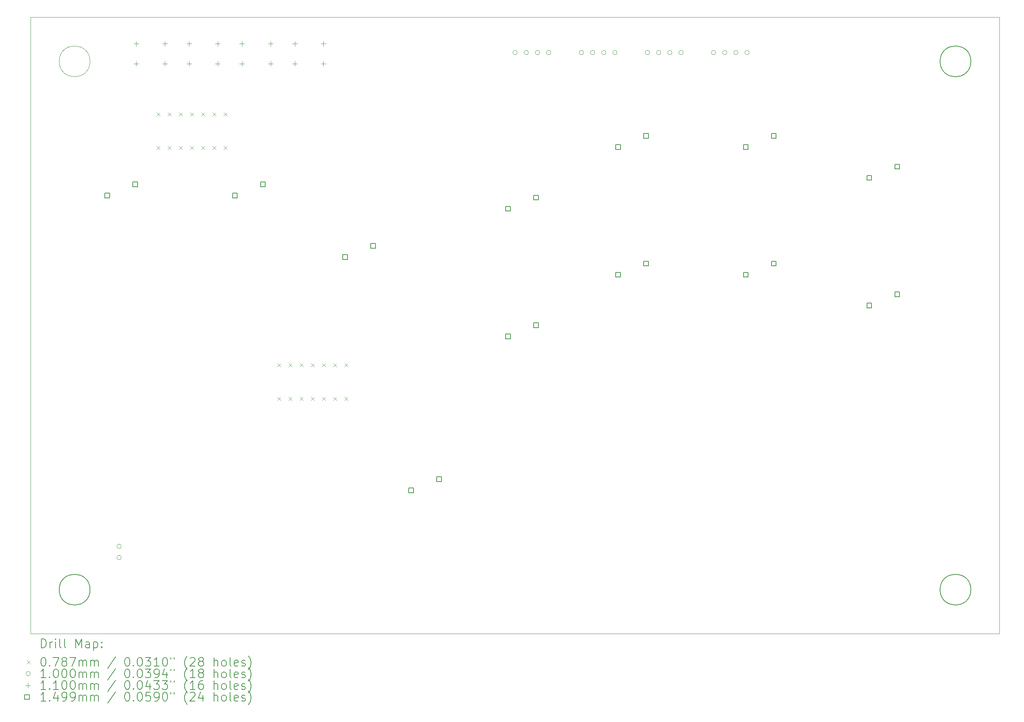
<source format=gbr>
%TF.GenerationSoftware,KiCad,Pcbnew,7.0.2*%
%TF.CreationDate,2023-06-15T03:47:47-07:00*%
%TF.ProjectId,DS5,4453352e-6b69-4636-9164-5f7063625858,rev?*%
%TF.SameCoordinates,Original*%
%TF.FileFunction,Drillmap*%
%TF.FilePolarity,Positive*%
%FSLAX45Y45*%
G04 Gerber Fmt 4.5, Leading zero omitted, Abs format (unit mm)*
G04 Created by KiCad (PCBNEW 7.0.2) date 2023-06-15 03:47:47*
%MOMM*%
%LPD*%
G01*
G04 APERTURE LIST*
%ADD10C,0.100000*%
%ADD11C,0.150000*%
%ADD12C,0.200000*%
%ADD13C,0.078740*%
%ADD14C,0.110000*%
%ADD15C,0.149860*%
G04 APERTURE END LIST*
D10*
X3350000Y-3000000D02*
G75*
G03*
X3350000Y-3000000I-350000J0D01*
G01*
D11*
X23350000Y-3000000D02*
G75*
G03*
X23350000Y-3000000I-350000J0D01*
G01*
D10*
X2000000Y-2000000D02*
X24000000Y-2000000D01*
X24000000Y-16000000D01*
X2000000Y-16000000D01*
X2000000Y-2000000D01*
D11*
X3350000Y-15000000D02*
G75*
G03*
X3350000Y-15000000I-350000J0D01*
G01*
X23350000Y-15000000D02*
G75*
G03*
X23350000Y-15000000I-350000J0D01*
G01*
D12*
D13*
X4860630Y-4160630D02*
X4939370Y-4239370D01*
X4939370Y-4160630D02*
X4860630Y-4239370D01*
X4860630Y-4922630D02*
X4939370Y-5001370D01*
X4939370Y-4922630D02*
X4860630Y-5001370D01*
X5114630Y-4160630D02*
X5193370Y-4239370D01*
X5193370Y-4160630D02*
X5114630Y-4239370D01*
X5114630Y-4922630D02*
X5193370Y-5001370D01*
X5193370Y-4922630D02*
X5114630Y-5001370D01*
X5368630Y-4160630D02*
X5447370Y-4239370D01*
X5447370Y-4160630D02*
X5368630Y-4239370D01*
X5368630Y-4922630D02*
X5447370Y-5001370D01*
X5447370Y-4922630D02*
X5368630Y-5001370D01*
X5622630Y-4160630D02*
X5701370Y-4239370D01*
X5701370Y-4160630D02*
X5622630Y-4239370D01*
X5622630Y-4922630D02*
X5701370Y-5001370D01*
X5701370Y-4922630D02*
X5622630Y-5001370D01*
X5876630Y-4160630D02*
X5955370Y-4239370D01*
X5955370Y-4160630D02*
X5876630Y-4239370D01*
X5876630Y-4922630D02*
X5955370Y-5001370D01*
X5955370Y-4922630D02*
X5876630Y-5001370D01*
X6130630Y-4160630D02*
X6209370Y-4239370D01*
X6209370Y-4160630D02*
X6130630Y-4239370D01*
X6130630Y-4922630D02*
X6209370Y-5001370D01*
X6209370Y-4922630D02*
X6130630Y-5001370D01*
X6384630Y-4160630D02*
X6463370Y-4239370D01*
X6463370Y-4160630D02*
X6384630Y-4239370D01*
X6384630Y-4922630D02*
X6463370Y-5001370D01*
X6463370Y-4922630D02*
X6384630Y-5001370D01*
X7606630Y-9860630D02*
X7685370Y-9939370D01*
X7685370Y-9860630D02*
X7606630Y-9939370D01*
X7606630Y-10622630D02*
X7685370Y-10701370D01*
X7685370Y-10622630D02*
X7606630Y-10701370D01*
X7860630Y-9860630D02*
X7939370Y-9939370D01*
X7939370Y-9860630D02*
X7860630Y-9939370D01*
X7860630Y-10622630D02*
X7939370Y-10701370D01*
X7939370Y-10622630D02*
X7860630Y-10701370D01*
X8114630Y-9860630D02*
X8193370Y-9939370D01*
X8193370Y-9860630D02*
X8114630Y-9939370D01*
X8114630Y-10622630D02*
X8193370Y-10701370D01*
X8193370Y-10622630D02*
X8114630Y-10701370D01*
X8368630Y-9860630D02*
X8447370Y-9939370D01*
X8447370Y-9860630D02*
X8368630Y-9939370D01*
X8368630Y-10622630D02*
X8447370Y-10701370D01*
X8447370Y-10622630D02*
X8368630Y-10701370D01*
X8622630Y-9860630D02*
X8701370Y-9939370D01*
X8701370Y-9860630D02*
X8622630Y-9939370D01*
X8622630Y-10622630D02*
X8701370Y-10701370D01*
X8701370Y-10622630D02*
X8622630Y-10701370D01*
X8876630Y-9860630D02*
X8955370Y-9939370D01*
X8955370Y-9860630D02*
X8876630Y-9939370D01*
X8876630Y-10622630D02*
X8955370Y-10701370D01*
X8955370Y-10622630D02*
X8876630Y-10701370D01*
X9130630Y-9860630D02*
X9209370Y-9939370D01*
X9209370Y-9860630D02*
X9130630Y-9939370D01*
X9130630Y-10622630D02*
X9209370Y-10701370D01*
X9209370Y-10622630D02*
X9130630Y-10701370D01*
D10*
X4060000Y-14016000D02*
G75*
G03*
X4060000Y-14016000I-50000J0D01*
G01*
X4060000Y-14270000D02*
G75*
G03*
X4060000Y-14270000I-50000J0D01*
G01*
X13050000Y-2800000D02*
G75*
G03*
X13050000Y-2800000I-50000J0D01*
G01*
X13304000Y-2800000D02*
G75*
G03*
X13304000Y-2800000I-50000J0D01*
G01*
X13558000Y-2800000D02*
G75*
G03*
X13558000Y-2800000I-50000J0D01*
G01*
X13812000Y-2800000D02*
G75*
G03*
X13812000Y-2800000I-50000J0D01*
G01*
X14556000Y-2800000D02*
G75*
G03*
X14556000Y-2800000I-50000J0D01*
G01*
X14810000Y-2800000D02*
G75*
G03*
X14810000Y-2800000I-50000J0D01*
G01*
X15064000Y-2800000D02*
G75*
G03*
X15064000Y-2800000I-50000J0D01*
G01*
X15318000Y-2800000D02*
G75*
G03*
X15318000Y-2800000I-50000J0D01*
G01*
X16056000Y-2800000D02*
G75*
G03*
X16056000Y-2800000I-50000J0D01*
G01*
X16310000Y-2800000D02*
G75*
G03*
X16310000Y-2800000I-50000J0D01*
G01*
X16564000Y-2800000D02*
G75*
G03*
X16564000Y-2800000I-50000J0D01*
G01*
X16818000Y-2800000D02*
G75*
G03*
X16818000Y-2800000I-50000J0D01*
G01*
X17556000Y-2800000D02*
G75*
G03*
X17556000Y-2800000I-50000J0D01*
G01*
X17810000Y-2800000D02*
G75*
G03*
X17810000Y-2800000I-50000J0D01*
G01*
X18064000Y-2800000D02*
G75*
G03*
X18064000Y-2800000I-50000J0D01*
G01*
X18318000Y-2800000D02*
G75*
G03*
X18318000Y-2800000I-50000J0D01*
G01*
D14*
X4400000Y-2545000D02*
X4400000Y-2655000D01*
X4345000Y-2600000D02*
X4455000Y-2600000D01*
X4400000Y-2995000D02*
X4400000Y-3105000D01*
X4345000Y-3050000D02*
X4455000Y-3050000D01*
X5050000Y-2545000D02*
X5050000Y-2655000D01*
X4995000Y-2600000D02*
X5105000Y-2600000D01*
X5050000Y-2995000D02*
X5050000Y-3105000D01*
X4995000Y-3050000D02*
X5105000Y-3050000D01*
X5600000Y-2545000D02*
X5600000Y-2655000D01*
X5545000Y-2600000D02*
X5655000Y-2600000D01*
X5600000Y-2995000D02*
X5600000Y-3105000D01*
X5545000Y-3050000D02*
X5655000Y-3050000D01*
X6250000Y-2545000D02*
X6250000Y-2655000D01*
X6195000Y-2600000D02*
X6305000Y-2600000D01*
X6250000Y-2995000D02*
X6250000Y-3105000D01*
X6195000Y-3050000D02*
X6305000Y-3050000D01*
X6800000Y-2545000D02*
X6800000Y-2655000D01*
X6745000Y-2600000D02*
X6855000Y-2600000D01*
X6800000Y-2995000D02*
X6800000Y-3105000D01*
X6745000Y-3050000D02*
X6855000Y-3050000D01*
X7450000Y-2545000D02*
X7450000Y-2655000D01*
X7395000Y-2600000D02*
X7505000Y-2600000D01*
X7450000Y-2995000D02*
X7450000Y-3105000D01*
X7395000Y-3050000D02*
X7505000Y-3050000D01*
X8000000Y-2545000D02*
X8000000Y-2655000D01*
X7945000Y-2600000D02*
X8055000Y-2600000D01*
X8000000Y-2995000D02*
X8000000Y-3105000D01*
X7945000Y-3050000D02*
X8055000Y-3050000D01*
X8650000Y-2545000D02*
X8650000Y-2655000D01*
X8595000Y-2600000D02*
X8705000Y-2600000D01*
X8650000Y-2995000D02*
X8650000Y-3105000D01*
X8595000Y-3050000D02*
X8705000Y-3050000D01*
D15*
X3792984Y-6098984D02*
X3792984Y-5993016D01*
X3687016Y-5993016D01*
X3687016Y-6098984D01*
X3792984Y-6098984D01*
X4427984Y-5844984D02*
X4427984Y-5739016D01*
X4322016Y-5739016D01*
X4322016Y-5844984D01*
X4427984Y-5844984D01*
X6692984Y-6098984D02*
X6692984Y-5993016D01*
X6587016Y-5993016D01*
X6587016Y-6098984D01*
X6692984Y-6098984D01*
X7327984Y-5844984D02*
X7327984Y-5739016D01*
X7222016Y-5739016D01*
X7222016Y-5844984D01*
X7327984Y-5844984D01*
X9192984Y-7498984D02*
X9192984Y-7393016D01*
X9087016Y-7393016D01*
X9087016Y-7498984D01*
X9192984Y-7498984D01*
X9827984Y-7244984D02*
X9827984Y-7139016D01*
X9722016Y-7139016D01*
X9722016Y-7244984D01*
X9827984Y-7244984D01*
X10692984Y-12798984D02*
X10692984Y-12693016D01*
X10587016Y-12693016D01*
X10587016Y-12798984D01*
X10692984Y-12798984D01*
X11327984Y-12544984D02*
X11327984Y-12439016D01*
X11222016Y-12439016D01*
X11222016Y-12544984D01*
X11327984Y-12544984D01*
X12892984Y-6398984D02*
X12892984Y-6293016D01*
X12787016Y-6293016D01*
X12787016Y-6398984D01*
X12892984Y-6398984D01*
X12892984Y-9298984D02*
X12892984Y-9193016D01*
X12787016Y-9193016D01*
X12787016Y-9298984D01*
X12892984Y-9298984D01*
X13527984Y-6144984D02*
X13527984Y-6039016D01*
X13422016Y-6039016D01*
X13422016Y-6144984D01*
X13527984Y-6144984D01*
X13527984Y-9044984D02*
X13527984Y-8939016D01*
X13422016Y-8939016D01*
X13422016Y-9044984D01*
X13527984Y-9044984D01*
X15392984Y-4998984D02*
X15392984Y-4893016D01*
X15287016Y-4893016D01*
X15287016Y-4998984D01*
X15392984Y-4998984D01*
X15392984Y-7898984D02*
X15392984Y-7793016D01*
X15287016Y-7793016D01*
X15287016Y-7898984D01*
X15392984Y-7898984D01*
X16027984Y-4744984D02*
X16027984Y-4639016D01*
X15922016Y-4639016D01*
X15922016Y-4744984D01*
X16027984Y-4744984D01*
X16027984Y-7644984D02*
X16027984Y-7539016D01*
X15922016Y-7539016D01*
X15922016Y-7644984D01*
X16027984Y-7644984D01*
X18292984Y-4998984D02*
X18292984Y-4893016D01*
X18187016Y-4893016D01*
X18187016Y-4998984D01*
X18292984Y-4998984D01*
X18292984Y-7898984D02*
X18292984Y-7793016D01*
X18187016Y-7793016D01*
X18187016Y-7898984D01*
X18292984Y-7898984D01*
X18927984Y-4744984D02*
X18927984Y-4639016D01*
X18822016Y-4639016D01*
X18822016Y-4744984D01*
X18927984Y-4744984D01*
X18927984Y-7644984D02*
X18927984Y-7539016D01*
X18822016Y-7539016D01*
X18822016Y-7644984D01*
X18927984Y-7644984D01*
X21092984Y-5698984D02*
X21092984Y-5593016D01*
X20987016Y-5593016D01*
X20987016Y-5698984D01*
X21092984Y-5698984D01*
X21092984Y-8598984D02*
X21092984Y-8493016D01*
X20987016Y-8493016D01*
X20987016Y-8598984D01*
X21092984Y-8598984D01*
X21727984Y-5444984D02*
X21727984Y-5339016D01*
X21622016Y-5339016D01*
X21622016Y-5444984D01*
X21727984Y-5444984D01*
X21727984Y-8344984D02*
X21727984Y-8239016D01*
X21622016Y-8239016D01*
X21622016Y-8344984D01*
X21727984Y-8344984D01*
D12*
X2242619Y-16317524D02*
X2242619Y-16117524D01*
X2242619Y-16117524D02*
X2290238Y-16117524D01*
X2290238Y-16117524D02*
X2318810Y-16127048D01*
X2318810Y-16127048D02*
X2337857Y-16146095D01*
X2337857Y-16146095D02*
X2347381Y-16165143D01*
X2347381Y-16165143D02*
X2356905Y-16203238D01*
X2356905Y-16203238D02*
X2356905Y-16231809D01*
X2356905Y-16231809D02*
X2347381Y-16269905D01*
X2347381Y-16269905D02*
X2337857Y-16288952D01*
X2337857Y-16288952D02*
X2318810Y-16308000D01*
X2318810Y-16308000D02*
X2290238Y-16317524D01*
X2290238Y-16317524D02*
X2242619Y-16317524D01*
X2442619Y-16317524D02*
X2442619Y-16184190D01*
X2442619Y-16222286D02*
X2452143Y-16203238D01*
X2452143Y-16203238D02*
X2461667Y-16193714D01*
X2461667Y-16193714D02*
X2480714Y-16184190D01*
X2480714Y-16184190D02*
X2499762Y-16184190D01*
X2566429Y-16317524D02*
X2566429Y-16184190D01*
X2566429Y-16117524D02*
X2556905Y-16127048D01*
X2556905Y-16127048D02*
X2566429Y-16136571D01*
X2566429Y-16136571D02*
X2575952Y-16127048D01*
X2575952Y-16127048D02*
X2566429Y-16117524D01*
X2566429Y-16117524D02*
X2566429Y-16136571D01*
X2690238Y-16317524D02*
X2671190Y-16308000D01*
X2671190Y-16308000D02*
X2661667Y-16288952D01*
X2661667Y-16288952D02*
X2661667Y-16117524D01*
X2795000Y-16317524D02*
X2775952Y-16308000D01*
X2775952Y-16308000D02*
X2766429Y-16288952D01*
X2766429Y-16288952D02*
X2766429Y-16117524D01*
X3023571Y-16317524D02*
X3023571Y-16117524D01*
X3023571Y-16117524D02*
X3090238Y-16260381D01*
X3090238Y-16260381D02*
X3156905Y-16117524D01*
X3156905Y-16117524D02*
X3156905Y-16317524D01*
X3337857Y-16317524D02*
X3337857Y-16212762D01*
X3337857Y-16212762D02*
X3328333Y-16193714D01*
X3328333Y-16193714D02*
X3309286Y-16184190D01*
X3309286Y-16184190D02*
X3271190Y-16184190D01*
X3271190Y-16184190D02*
X3252143Y-16193714D01*
X3337857Y-16308000D02*
X3318809Y-16317524D01*
X3318809Y-16317524D02*
X3271190Y-16317524D01*
X3271190Y-16317524D02*
X3252143Y-16308000D01*
X3252143Y-16308000D02*
X3242619Y-16288952D01*
X3242619Y-16288952D02*
X3242619Y-16269905D01*
X3242619Y-16269905D02*
X3252143Y-16250857D01*
X3252143Y-16250857D02*
X3271190Y-16241333D01*
X3271190Y-16241333D02*
X3318809Y-16241333D01*
X3318809Y-16241333D02*
X3337857Y-16231809D01*
X3433095Y-16184190D02*
X3433095Y-16384190D01*
X3433095Y-16193714D02*
X3452143Y-16184190D01*
X3452143Y-16184190D02*
X3490238Y-16184190D01*
X3490238Y-16184190D02*
X3509286Y-16193714D01*
X3509286Y-16193714D02*
X3518809Y-16203238D01*
X3518809Y-16203238D02*
X3528333Y-16222286D01*
X3528333Y-16222286D02*
X3528333Y-16279428D01*
X3528333Y-16279428D02*
X3518809Y-16298476D01*
X3518809Y-16298476D02*
X3509286Y-16308000D01*
X3509286Y-16308000D02*
X3490238Y-16317524D01*
X3490238Y-16317524D02*
X3452143Y-16317524D01*
X3452143Y-16317524D02*
X3433095Y-16308000D01*
X3614048Y-16298476D02*
X3623571Y-16308000D01*
X3623571Y-16308000D02*
X3614048Y-16317524D01*
X3614048Y-16317524D02*
X3604524Y-16308000D01*
X3604524Y-16308000D02*
X3614048Y-16298476D01*
X3614048Y-16298476D02*
X3614048Y-16317524D01*
X3614048Y-16193714D02*
X3623571Y-16203238D01*
X3623571Y-16203238D02*
X3614048Y-16212762D01*
X3614048Y-16212762D02*
X3604524Y-16203238D01*
X3604524Y-16203238D02*
X3614048Y-16193714D01*
X3614048Y-16193714D02*
X3614048Y-16212762D01*
D13*
X1916260Y-16605630D02*
X1995000Y-16684370D01*
X1995000Y-16605630D02*
X1916260Y-16684370D01*
D12*
X2280714Y-16537524D02*
X2299762Y-16537524D01*
X2299762Y-16537524D02*
X2318810Y-16547048D01*
X2318810Y-16547048D02*
X2328333Y-16556571D01*
X2328333Y-16556571D02*
X2337857Y-16575619D01*
X2337857Y-16575619D02*
X2347381Y-16613714D01*
X2347381Y-16613714D02*
X2347381Y-16661333D01*
X2347381Y-16661333D02*
X2337857Y-16699428D01*
X2337857Y-16699428D02*
X2328333Y-16718476D01*
X2328333Y-16718476D02*
X2318810Y-16728000D01*
X2318810Y-16728000D02*
X2299762Y-16737524D01*
X2299762Y-16737524D02*
X2280714Y-16737524D01*
X2280714Y-16737524D02*
X2261667Y-16728000D01*
X2261667Y-16728000D02*
X2252143Y-16718476D01*
X2252143Y-16718476D02*
X2242619Y-16699428D01*
X2242619Y-16699428D02*
X2233095Y-16661333D01*
X2233095Y-16661333D02*
X2233095Y-16613714D01*
X2233095Y-16613714D02*
X2242619Y-16575619D01*
X2242619Y-16575619D02*
X2252143Y-16556571D01*
X2252143Y-16556571D02*
X2261667Y-16547048D01*
X2261667Y-16547048D02*
X2280714Y-16537524D01*
X2433095Y-16718476D02*
X2442619Y-16728000D01*
X2442619Y-16728000D02*
X2433095Y-16737524D01*
X2433095Y-16737524D02*
X2423571Y-16728000D01*
X2423571Y-16728000D02*
X2433095Y-16718476D01*
X2433095Y-16718476D02*
X2433095Y-16737524D01*
X2509286Y-16537524D02*
X2642619Y-16537524D01*
X2642619Y-16537524D02*
X2556905Y-16737524D01*
X2747381Y-16623238D02*
X2728333Y-16613714D01*
X2728333Y-16613714D02*
X2718810Y-16604190D01*
X2718810Y-16604190D02*
X2709286Y-16585143D01*
X2709286Y-16585143D02*
X2709286Y-16575619D01*
X2709286Y-16575619D02*
X2718810Y-16556571D01*
X2718810Y-16556571D02*
X2728333Y-16547048D01*
X2728333Y-16547048D02*
X2747381Y-16537524D01*
X2747381Y-16537524D02*
X2785476Y-16537524D01*
X2785476Y-16537524D02*
X2804524Y-16547048D01*
X2804524Y-16547048D02*
X2814048Y-16556571D01*
X2814048Y-16556571D02*
X2823571Y-16575619D01*
X2823571Y-16575619D02*
X2823571Y-16585143D01*
X2823571Y-16585143D02*
X2814048Y-16604190D01*
X2814048Y-16604190D02*
X2804524Y-16613714D01*
X2804524Y-16613714D02*
X2785476Y-16623238D01*
X2785476Y-16623238D02*
X2747381Y-16623238D01*
X2747381Y-16623238D02*
X2728333Y-16632762D01*
X2728333Y-16632762D02*
X2718810Y-16642286D01*
X2718810Y-16642286D02*
X2709286Y-16661333D01*
X2709286Y-16661333D02*
X2709286Y-16699428D01*
X2709286Y-16699428D02*
X2718810Y-16718476D01*
X2718810Y-16718476D02*
X2728333Y-16728000D01*
X2728333Y-16728000D02*
X2747381Y-16737524D01*
X2747381Y-16737524D02*
X2785476Y-16737524D01*
X2785476Y-16737524D02*
X2804524Y-16728000D01*
X2804524Y-16728000D02*
X2814048Y-16718476D01*
X2814048Y-16718476D02*
X2823571Y-16699428D01*
X2823571Y-16699428D02*
X2823571Y-16661333D01*
X2823571Y-16661333D02*
X2814048Y-16642286D01*
X2814048Y-16642286D02*
X2804524Y-16632762D01*
X2804524Y-16632762D02*
X2785476Y-16623238D01*
X2890238Y-16537524D02*
X3023571Y-16537524D01*
X3023571Y-16537524D02*
X2937857Y-16737524D01*
X3099762Y-16737524D02*
X3099762Y-16604190D01*
X3099762Y-16623238D02*
X3109286Y-16613714D01*
X3109286Y-16613714D02*
X3128333Y-16604190D01*
X3128333Y-16604190D02*
X3156905Y-16604190D01*
X3156905Y-16604190D02*
X3175952Y-16613714D01*
X3175952Y-16613714D02*
X3185476Y-16632762D01*
X3185476Y-16632762D02*
X3185476Y-16737524D01*
X3185476Y-16632762D02*
X3195000Y-16613714D01*
X3195000Y-16613714D02*
X3214048Y-16604190D01*
X3214048Y-16604190D02*
X3242619Y-16604190D01*
X3242619Y-16604190D02*
X3261667Y-16613714D01*
X3261667Y-16613714D02*
X3271190Y-16632762D01*
X3271190Y-16632762D02*
X3271190Y-16737524D01*
X3366429Y-16737524D02*
X3366429Y-16604190D01*
X3366429Y-16623238D02*
X3375952Y-16613714D01*
X3375952Y-16613714D02*
X3395000Y-16604190D01*
X3395000Y-16604190D02*
X3423571Y-16604190D01*
X3423571Y-16604190D02*
X3442619Y-16613714D01*
X3442619Y-16613714D02*
X3452143Y-16632762D01*
X3452143Y-16632762D02*
X3452143Y-16737524D01*
X3452143Y-16632762D02*
X3461667Y-16613714D01*
X3461667Y-16613714D02*
X3480714Y-16604190D01*
X3480714Y-16604190D02*
X3509286Y-16604190D01*
X3509286Y-16604190D02*
X3528333Y-16613714D01*
X3528333Y-16613714D02*
X3537857Y-16632762D01*
X3537857Y-16632762D02*
X3537857Y-16737524D01*
X3928333Y-16528000D02*
X3756905Y-16785143D01*
X4185476Y-16537524D02*
X4204524Y-16537524D01*
X4204524Y-16537524D02*
X4223572Y-16547048D01*
X4223572Y-16547048D02*
X4233095Y-16556571D01*
X4233095Y-16556571D02*
X4242619Y-16575619D01*
X4242619Y-16575619D02*
X4252143Y-16613714D01*
X4252143Y-16613714D02*
X4252143Y-16661333D01*
X4252143Y-16661333D02*
X4242619Y-16699428D01*
X4242619Y-16699428D02*
X4233095Y-16718476D01*
X4233095Y-16718476D02*
X4223572Y-16728000D01*
X4223572Y-16728000D02*
X4204524Y-16737524D01*
X4204524Y-16737524D02*
X4185476Y-16737524D01*
X4185476Y-16737524D02*
X4166429Y-16728000D01*
X4166429Y-16728000D02*
X4156905Y-16718476D01*
X4156905Y-16718476D02*
X4147381Y-16699428D01*
X4147381Y-16699428D02*
X4137857Y-16661333D01*
X4137857Y-16661333D02*
X4137857Y-16613714D01*
X4137857Y-16613714D02*
X4147381Y-16575619D01*
X4147381Y-16575619D02*
X4156905Y-16556571D01*
X4156905Y-16556571D02*
X4166429Y-16547048D01*
X4166429Y-16547048D02*
X4185476Y-16537524D01*
X4337857Y-16718476D02*
X4347381Y-16728000D01*
X4347381Y-16728000D02*
X4337857Y-16737524D01*
X4337857Y-16737524D02*
X4328334Y-16728000D01*
X4328334Y-16728000D02*
X4337857Y-16718476D01*
X4337857Y-16718476D02*
X4337857Y-16737524D01*
X4471191Y-16537524D02*
X4490238Y-16537524D01*
X4490238Y-16537524D02*
X4509286Y-16547048D01*
X4509286Y-16547048D02*
X4518810Y-16556571D01*
X4518810Y-16556571D02*
X4528334Y-16575619D01*
X4528334Y-16575619D02*
X4537857Y-16613714D01*
X4537857Y-16613714D02*
X4537857Y-16661333D01*
X4537857Y-16661333D02*
X4528334Y-16699428D01*
X4528334Y-16699428D02*
X4518810Y-16718476D01*
X4518810Y-16718476D02*
X4509286Y-16728000D01*
X4509286Y-16728000D02*
X4490238Y-16737524D01*
X4490238Y-16737524D02*
X4471191Y-16737524D01*
X4471191Y-16737524D02*
X4452143Y-16728000D01*
X4452143Y-16728000D02*
X4442619Y-16718476D01*
X4442619Y-16718476D02*
X4433095Y-16699428D01*
X4433095Y-16699428D02*
X4423572Y-16661333D01*
X4423572Y-16661333D02*
X4423572Y-16613714D01*
X4423572Y-16613714D02*
X4433095Y-16575619D01*
X4433095Y-16575619D02*
X4442619Y-16556571D01*
X4442619Y-16556571D02*
X4452143Y-16547048D01*
X4452143Y-16547048D02*
X4471191Y-16537524D01*
X4604524Y-16537524D02*
X4728334Y-16537524D01*
X4728334Y-16537524D02*
X4661667Y-16613714D01*
X4661667Y-16613714D02*
X4690238Y-16613714D01*
X4690238Y-16613714D02*
X4709286Y-16623238D01*
X4709286Y-16623238D02*
X4718810Y-16632762D01*
X4718810Y-16632762D02*
X4728334Y-16651809D01*
X4728334Y-16651809D02*
X4728334Y-16699428D01*
X4728334Y-16699428D02*
X4718810Y-16718476D01*
X4718810Y-16718476D02*
X4709286Y-16728000D01*
X4709286Y-16728000D02*
X4690238Y-16737524D01*
X4690238Y-16737524D02*
X4633095Y-16737524D01*
X4633095Y-16737524D02*
X4614048Y-16728000D01*
X4614048Y-16728000D02*
X4604524Y-16718476D01*
X4918810Y-16737524D02*
X4804524Y-16737524D01*
X4861667Y-16737524D02*
X4861667Y-16537524D01*
X4861667Y-16537524D02*
X4842619Y-16566095D01*
X4842619Y-16566095D02*
X4823572Y-16585143D01*
X4823572Y-16585143D02*
X4804524Y-16594667D01*
X5042619Y-16537524D02*
X5061667Y-16537524D01*
X5061667Y-16537524D02*
X5080715Y-16547048D01*
X5080715Y-16547048D02*
X5090238Y-16556571D01*
X5090238Y-16556571D02*
X5099762Y-16575619D01*
X5099762Y-16575619D02*
X5109286Y-16613714D01*
X5109286Y-16613714D02*
X5109286Y-16661333D01*
X5109286Y-16661333D02*
X5099762Y-16699428D01*
X5099762Y-16699428D02*
X5090238Y-16718476D01*
X5090238Y-16718476D02*
X5080715Y-16728000D01*
X5080715Y-16728000D02*
X5061667Y-16737524D01*
X5061667Y-16737524D02*
X5042619Y-16737524D01*
X5042619Y-16737524D02*
X5023572Y-16728000D01*
X5023572Y-16728000D02*
X5014048Y-16718476D01*
X5014048Y-16718476D02*
X5004524Y-16699428D01*
X5004524Y-16699428D02*
X4995000Y-16661333D01*
X4995000Y-16661333D02*
X4995000Y-16613714D01*
X4995000Y-16613714D02*
X5004524Y-16575619D01*
X5004524Y-16575619D02*
X5014048Y-16556571D01*
X5014048Y-16556571D02*
X5023572Y-16547048D01*
X5023572Y-16547048D02*
X5042619Y-16537524D01*
X5185476Y-16537524D02*
X5185476Y-16575619D01*
X5261667Y-16537524D02*
X5261667Y-16575619D01*
X5556905Y-16813714D02*
X5547381Y-16804190D01*
X5547381Y-16804190D02*
X5528334Y-16775619D01*
X5528334Y-16775619D02*
X5518810Y-16756571D01*
X5518810Y-16756571D02*
X5509286Y-16728000D01*
X5509286Y-16728000D02*
X5499762Y-16680381D01*
X5499762Y-16680381D02*
X5499762Y-16642286D01*
X5499762Y-16642286D02*
X5509286Y-16594667D01*
X5509286Y-16594667D02*
X5518810Y-16566095D01*
X5518810Y-16566095D02*
X5528334Y-16547048D01*
X5528334Y-16547048D02*
X5547381Y-16518476D01*
X5547381Y-16518476D02*
X5556905Y-16508952D01*
X5623572Y-16556571D02*
X5633095Y-16547048D01*
X5633095Y-16547048D02*
X5652143Y-16537524D01*
X5652143Y-16537524D02*
X5699762Y-16537524D01*
X5699762Y-16537524D02*
X5718810Y-16547048D01*
X5718810Y-16547048D02*
X5728334Y-16556571D01*
X5728334Y-16556571D02*
X5737857Y-16575619D01*
X5737857Y-16575619D02*
X5737857Y-16594667D01*
X5737857Y-16594667D02*
X5728334Y-16623238D01*
X5728334Y-16623238D02*
X5614048Y-16737524D01*
X5614048Y-16737524D02*
X5737857Y-16737524D01*
X5852143Y-16623238D02*
X5833095Y-16613714D01*
X5833095Y-16613714D02*
X5823572Y-16604190D01*
X5823572Y-16604190D02*
X5814048Y-16585143D01*
X5814048Y-16585143D02*
X5814048Y-16575619D01*
X5814048Y-16575619D02*
X5823572Y-16556571D01*
X5823572Y-16556571D02*
X5833095Y-16547048D01*
X5833095Y-16547048D02*
X5852143Y-16537524D01*
X5852143Y-16537524D02*
X5890238Y-16537524D01*
X5890238Y-16537524D02*
X5909286Y-16547048D01*
X5909286Y-16547048D02*
X5918810Y-16556571D01*
X5918810Y-16556571D02*
X5928334Y-16575619D01*
X5928334Y-16575619D02*
X5928334Y-16585143D01*
X5928334Y-16585143D02*
X5918810Y-16604190D01*
X5918810Y-16604190D02*
X5909286Y-16613714D01*
X5909286Y-16613714D02*
X5890238Y-16623238D01*
X5890238Y-16623238D02*
X5852143Y-16623238D01*
X5852143Y-16623238D02*
X5833095Y-16632762D01*
X5833095Y-16632762D02*
X5823572Y-16642286D01*
X5823572Y-16642286D02*
X5814048Y-16661333D01*
X5814048Y-16661333D02*
X5814048Y-16699428D01*
X5814048Y-16699428D02*
X5823572Y-16718476D01*
X5823572Y-16718476D02*
X5833095Y-16728000D01*
X5833095Y-16728000D02*
X5852143Y-16737524D01*
X5852143Y-16737524D02*
X5890238Y-16737524D01*
X5890238Y-16737524D02*
X5909286Y-16728000D01*
X5909286Y-16728000D02*
X5918810Y-16718476D01*
X5918810Y-16718476D02*
X5928334Y-16699428D01*
X5928334Y-16699428D02*
X5928334Y-16661333D01*
X5928334Y-16661333D02*
X5918810Y-16642286D01*
X5918810Y-16642286D02*
X5909286Y-16632762D01*
X5909286Y-16632762D02*
X5890238Y-16623238D01*
X6166429Y-16737524D02*
X6166429Y-16537524D01*
X6252143Y-16737524D02*
X6252143Y-16632762D01*
X6252143Y-16632762D02*
X6242619Y-16613714D01*
X6242619Y-16613714D02*
X6223572Y-16604190D01*
X6223572Y-16604190D02*
X6195000Y-16604190D01*
X6195000Y-16604190D02*
X6175953Y-16613714D01*
X6175953Y-16613714D02*
X6166429Y-16623238D01*
X6375953Y-16737524D02*
X6356905Y-16728000D01*
X6356905Y-16728000D02*
X6347381Y-16718476D01*
X6347381Y-16718476D02*
X6337857Y-16699428D01*
X6337857Y-16699428D02*
X6337857Y-16642286D01*
X6337857Y-16642286D02*
X6347381Y-16623238D01*
X6347381Y-16623238D02*
X6356905Y-16613714D01*
X6356905Y-16613714D02*
X6375953Y-16604190D01*
X6375953Y-16604190D02*
X6404524Y-16604190D01*
X6404524Y-16604190D02*
X6423572Y-16613714D01*
X6423572Y-16613714D02*
X6433096Y-16623238D01*
X6433096Y-16623238D02*
X6442619Y-16642286D01*
X6442619Y-16642286D02*
X6442619Y-16699428D01*
X6442619Y-16699428D02*
X6433096Y-16718476D01*
X6433096Y-16718476D02*
X6423572Y-16728000D01*
X6423572Y-16728000D02*
X6404524Y-16737524D01*
X6404524Y-16737524D02*
X6375953Y-16737524D01*
X6556905Y-16737524D02*
X6537857Y-16728000D01*
X6537857Y-16728000D02*
X6528334Y-16708952D01*
X6528334Y-16708952D02*
X6528334Y-16537524D01*
X6709286Y-16728000D02*
X6690238Y-16737524D01*
X6690238Y-16737524D02*
X6652143Y-16737524D01*
X6652143Y-16737524D02*
X6633096Y-16728000D01*
X6633096Y-16728000D02*
X6623572Y-16708952D01*
X6623572Y-16708952D02*
X6623572Y-16632762D01*
X6623572Y-16632762D02*
X6633096Y-16613714D01*
X6633096Y-16613714D02*
X6652143Y-16604190D01*
X6652143Y-16604190D02*
X6690238Y-16604190D01*
X6690238Y-16604190D02*
X6709286Y-16613714D01*
X6709286Y-16613714D02*
X6718810Y-16632762D01*
X6718810Y-16632762D02*
X6718810Y-16651809D01*
X6718810Y-16651809D02*
X6623572Y-16670857D01*
X6795000Y-16728000D02*
X6814048Y-16737524D01*
X6814048Y-16737524D02*
X6852143Y-16737524D01*
X6852143Y-16737524D02*
X6871191Y-16728000D01*
X6871191Y-16728000D02*
X6880715Y-16708952D01*
X6880715Y-16708952D02*
X6880715Y-16699428D01*
X6880715Y-16699428D02*
X6871191Y-16680381D01*
X6871191Y-16680381D02*
X6852143Y-16670857D01*
X6852143Y-16670857D02*
X6823572Y-16670857D01*
X6823572Y-16670857D02*
X6804524Y-16661333D01*
X6804524Y-16661333D02*
X6795000Y-16642286D01*
X6795000Y-16642286D02*
X6795000Y-16632762D01*
X6795000Y-16632762D02*
X6804524Y-16613714D01*
X6804524Y-16613714D02*
X6823572Y-16604190D01*
X6823572Y-16604190D02*
X6852143Y-16604190D01*
X6852143Y-16604190D02*
X6871191Y-16613714D01*
X6947381Y-16813714D02*
X6956905Y-16804190D01*
X6956905Y-16804190D02*
X6975953Y-16775619D01*
X6975953Y-16775619D02*
X6985477Y-16756571D01*
X6985477Y-16756571D02*
X6995000Y-16728000D01*
X6995000Y-16728000D02*
X7004524Y-16680381D01*
X7004524Y-16680381D02*
X7004524Y-16642286D01*
X7004524Y-16642286D02*
X6995000Y-16594667D01*
X6995000Y-16594667D02*
X6985477Y-16566095D01*
X6985477Y-16566095D02*
X6975953Y-16547048D01*
X6975953Y-16547048D02*
X6956905Y-16518476D01*
X6956905Y-16518476D02*
X6947381Y-16508952D01*
D10*
X1995000Y-16909000D02*
G75*
G03*
X1995000Y-16909000I-50000J0D01*
G01*
D12*
X2347381Y-17001524D02*
X2233095Y-17001524D01*
X2290238Y-17001524D02*
X2290238Y-16801524D01*
X2290238Y-16801524D02*
X2271190Y-16830095D01*
X2271190Y-16830095D02*
X2252143Y-16849143D01*
X2252143Y-16849143D02*
X2233095Y-16858667D01*
X2433095Y-16982476D02*
X2442619Y-16992000D01*
X2442619Y-16992000D02*
X2433095Y-17001524D01*
X2433095Y-17001524D02*
X2423571Y-16992000D01*
X2423571Y-16992000D02*
X2433095Y-16982476D01*
X2433095Y-16982476D02*
X2433095Y-17001524D01*
X2566429Y-16801524D02*
X2585476Y-16801524D01*
X2585476Y-16801524D02*
X2604524Y-16811048D01*
X2604524Y-16811048D02*
X2614048Y-16820571D01*
X2614048Y-16820571D02*
X2623571Y-16839619D01*
X2623571Y-16839619D02*
X2633095Y-16877714D01*
X2633095Y-16877714D02*
X2633095Y-16925333D01*
X2633095Y-16925333D02*
X2623571Y-16963429D01*
X2623571Y-16963429D02*
X2614048Y-16982476D01*
X2614048Y-16982476D02*
X2604524Y-16992000D01*
X2604524Y-16992000D02*
X2585476Y-17001524D01*
X2585476Y-17001524D02*
X2566429Y-17001524D01*
X2566429Y-17001524D02*
X2547381Y-16992000D01*
X2547381Y-16992000D02*
X2537857Y-16982476D01*
X2537857Y-16982476D02*
X2528333Y-16963429D01*
X2528333Y-16963429D02*
X2518810Y-16925333D01*
X2518810Y-16925333D02*
X2518810Y-16877714D01*
X2518810Y-16877714D02*
X2528333Y-16839619D01*
X2528333Y-16839619D02*
X2537857Y-16820571D01*
X2537857Y-16820571D02*
X2547381Y-16811048D01*
X2547381Y-16811048D02*
X2566429Y-16801524D01*
X2756905Y-16801524D02*
X2775952Y-16801524D01*
X2775952Y-16801524D02*
X2795000Y-16811048D01*
X2795000Y-16811048D02*
X2804524Y-16820571D01*
X2804524Y-16820571D02*
X2814048Y-16839619D01*
X2814048Y-16839619D02*
X2823571Y-16877714D01*
X2823571Y-16877714D02*
X2823571Y-16925333D01*
X2823571Y-16925333D02*
X2814048Y-16963429D01*
X2814048Y-16963429D02*
X2804524Y-16982476D01*
X2804524Y-16982476D02*
X2795000Y-16992000D01*
X2795000Y-16992000D02*
X2775952Y-17001524D01*
X2775952Y-17001524D02*
X2756905Y-17001524D01*
X2756905Y-17001524D02*
X2737857Y-16992000D01*
X2737857Y-16992000D02*
X2728333Y-16982476D01*
X2728333Y-16982476D02*
X2718810Y-16963429D01*
X2718810Y-16963429D02*
X2709286Y-16925333D01*
X2709286Y-16925333D02*
X2709286Y-16877714D01*
X2709286Y-16877714D02*
X2718810Y-16839619D01*
X2718810Y-16839619D02*
X2728333Y-16820571D01*
X2728333Y-16820571D02*
X2737857Y-16811048D01*
X2737857Y-16811048D02*
X2756905Y-16801524D01*
X2947381Y-16801524D02*
X2966429Y-16801524D01*
X2966429Y-16801524D02*
X2985476Y-16811048D01*
X2985476Y-16811048D02*
X2995000Y-16820571D01*
X2995000Y-16820571D02*
X3004524Y-16839619D01*
X3004524Y-16839619D02*
X3014048Y-16877714D01*
X3014048Y-16877714D02*
X3014048Y-16925333D01*
X3014048Y-16925333D02*
X3004524Y-16963429D01*
X3004524Y-16963429D02*
X2995000Y-16982476D01*
X2995000Y-16982476D02*
X2985476Y-16992000D01*
X2985476Y-16992000D02*
X2966429Y-17001524D01*
X2966429Y-17001524D02*
X2947381Y-17001524D01*
X2947381Y-17001524D02*
X2928333Y-16992000D01*
X2928333Y-16992000D02*
X2918809Y-16982476D01*
X2918809Y-16982476D02*
X2909286Y-16963429D01*
X2909286Y-16963429D02*
X2899762Y-16925333D01*
X2899762Y-16925333D02*
X2899762Y-16877714D01*
X2899762Y-16877714D02*
X2909286Y-16839619D01*
X2909286Y-16839619D02*
X2918809Y-16820571D01*
X2918809Y-16820571D02*
X2928333Y-16811048D01*
X2928333Y-16811048D02*
X2947381Y-16801524D01*
X3099762Y-17001524D02*
X3099762Y-16868190D01*
X3099762Y-16887238D02*
X3109286Y-16877714D01*
X3109286Y-16877714D02*
X3128333Y-16868190D01*
X3128333Y-16868190D02*
X3156905Y-16868190D01*
X3156905Y-16868190D02*
X3175952Y-16877714D01*
X3175952Y-16877714D02*
X3185476Y-16896762D01*
X3185476Y-16896762D02*
X3185476Y-17001524D01*
X3185476Y-16896762D02*
X3195000Y-16877714D01*
X3195000Y-16877714D02*
X3214048Y-16868190D01*
X3214048Y-16868190D02*
X3242619Y-16868190D01*
X3242619Y-16868190D02*
X3261667Y-16877714D01*
X3261667Y-16877714D02*
X3271190Y-16896762D01*
X3271190Y-16896762D02*
X3271190Y-17001524D01*
X3366429Y-17001524D02*
X3366429Y-16868190D01*
X3366429Y-16887238D02*
X3375952Y-16877714D01*
X3375952Y-16877714D02*
X3395000Y-16868190D01*
X3395000Y-16868190D02*
X3423571Y-16868190D01*
X3423571Y-16868190D02*
X3442619Y-16877714D01*
X3442619Y-16877714D02*
X3452143Y-16896762D01*
X3452143Y-16896762D02*
X3452143Y-17001524D01*
X3452143Y-16896762D02*
X3461667Y-16877714D01*
X3461667Y-16877714D02*
X3480714Y-16868190D01*
X3480714Y-16868190D02*
X3509286Y-16868190D01*
X3509286Y-16868190D02*
X3528333Y-16877714D01*
X3528333Y-16877714D02*
X3537857Y-16896762D01*
X3537857Y-16896762D02*
X3537857Y-17001524D01*
X3928333Y-16792000D02*
X3756905Y-17049143D01*
X4185476Y-16801524D02*
X4204524Y-16801524D01*
X4204524Y-16801524D02*
X4223572Y-16811048D01*
X4223572Y-16811048D02*
X4233095Y-16820571D01*
X4233095Y-16820571D02*
X4242619Y-16839619D01*
X4242619Y-16839619D02*
X4252143Y-16877714D01*
X4252143Y-16877714D02*
X4252143Y-16925333D01*
X4252143Y-16925333D02*
X4242619Y-16963429D01*
X4242619Y-16963429D02*
X4233095Y-16982476D01*
X4233095Y-16982476D02*
X4223572Y-16992000D01*
X4223572Y-16992000D02*
X4204524Y-17001524D01*
X4204524Y-17001524D02*
X4185476Y-17001524D01*
X4185476Y-17001524D02*
X4166429Y-16992000D01*
X4166429Y-16992000D02*
X4156905Y-16982476D01*
X4156905Y-16982476D02*
X4147381Y-16963429D01*
X4147381Y-16963429D02*
X4137857Y-16925333D01*
X4137857Y-16925333D02*
X4137857Y-16877714D01*
X4137857Y-16877714D02*
X4147381Y-16839619D01*
X4147381Y-16839619D02*
X4156905Y-16820571D01*
X4156905Y-16820571D02*
X4166429Y-16811048D01*
X4166429Y-16811048D02*
X4185476Y-16801524D01*
X4337857Y-16982476D02*
X4347381Y-16992000D01*
X4347381Y-16992000D02*
X4337857Y-17001524D01*
X4337857Y-17001524D02*
X4328334Y-16992000D01*
X4328334Y-16992000D02*
X4337857Y-16982476D01*
X4337857Y-16982476D02*
X4337857Y-17001524D01*
X4471191Y-16801524D02*
X4490238Y-16801524D01*
X4490238Y-16801524D02*
X4509286Y-16811048D01*
X4509286Y-16811048D02*
X4518810Y-16820571D01*
X4518810Y-16820571D02*
X4528334Y-16839619D01*
X4528334Y-16839619D02*
X4537857Y-16877714D01*
X4537857Y-16877714D02*
X4537857Y-16925333D01*
X4537857Y-16925333D02*
X4528334Y-16963429D01*
X4528334Y-16963429D02*
X4518810Y-16982476D01*
X4518810Y-16982476D02*
X4509286Y-16992000D01*
X4509286Y-16992000D02*
X4490238Y-17001524D01*
X4490238Y-17001524D02*
X4471191Y-17001524D01*
X4471191Y-17001524D02*
X4452143Y-16992000D01*
X4452143Y-16992000D02*
X4442619Y-16982476D01*
X4442619Y-16982476D02*
X4433095Y-16963429D01*
X4433095Y-16963429D02*
X4423572Y-16925333D01*
X4423572Y-16925333D02*
X4423572Y-16877714D01*
X4423572Y-16877714D02*
X4433095Y-16839619D01*
X4433095Y-16839619D02*
X4442619Y-16820571D01*
X4442619Y-16820571D02*
X4452143Y-16811048D01*
X4452143Y-16811048D02*
X4471191Y-16801524D01*
X4604524Y-16801524D02*
X4728334Y-16801524D01*
X4728334Y-16801524D02*
X4661667Y-16877714D01*
X4661667Y-16877714D02*
X4690238Y-16877714D01*
X4690238Y-16877714D02*
X4709286Y-16887238D01*
X4709286Y-16887238D02*
X4718810Y-16896762D01*
X4718810Y-16896762D02*
X4728334Y-16915810D01*
X4728334Y-16915810D02*
X4728334Y-16963429D01*
X4728334Y-16963429D02*
X4718810Y-16982476D01*
X4718810Y-16982476D02*
X4709286Y-16992000D01*
X4709286Y-16992000D02*
X4690238Y-17001524D01*
X4690238Y-17001524D02*
X4633095Y-17001524D01*
X4633095Y-17001524D02*
X4614048Y-16992000D01*
X4614048Y-16992000D02*
X4604524Y-16982476D01*
X4823572Y-17001524D02*
X4861667Y-17001524D01*
X4861667Y-17001524D02*
X4880715Y-16992000D01*
X4880715Y-16992000D02*
X4890238Y-16982476D01*
X4890238Y-16982476D02*
X4909286Y-16953905D01*
X4909286Y-16953905D02*
X4918810Y-16915810D01*
X4918810Y-16915810D02*
X4918810Y-16839619D01*
X4918810Y-16839619D02*
X4909286Y-16820571D01*
X4909286Y-16820571D02*
X4899762Y-16811048D01*
X4899762Y-16811048D02*
X4880715Y-16801524D01*
X4880715Y-16801524D02*
X4842619Y-16801524D01*
X4842619Y-16801524D02*
X4823572Y-16811048D01*
X4823572Y-16811048D02*
X4814048Y-16820571D01*
X4814048Y-16820571D02*
X4804524Y-16839619D01*
X4804524Y-16839619D02*
X4804524Y-16887238D01*
X4804524Y-16887238D02*
X4814048Y-16906286D01*
X4814048Y-16906286D02*
X4823572Y-16915810D01*
X4823572Y-16915810D02*
X4842619Y-16925333D01*
X4842619Y-16925333D02*
X4880715Y-16925333D01*
X4880715Y-16925333D02*
X4899762Y-16915810D01*
X4899762Y-16915810D02*
X4909286Y-16906286D01*
X4909286Y-16906286D02*
X4918810Y-16887238D01*
X5090238Y-16868190D02*
X5090238Y-17001524D01*
X5042619Y-16792000D02*
X4995000Y-16934857D01*
X4995000Y-16934857D02*
X5118810Y-16934857D01*
X5185476Y-16801524D02*
X5185476Y-16839619D01*
X5261667Y-16801524D02*
X5261667Y-16839619D01*
X5556905Y-17077714D02*
X5547381Y-17068190D01*
X5547381Y-17068190D02*
X5528334Y-17039619D01*
X5528334Y-17039619D02*
X5518810Y-17020571D01*
X5518810Y-17020571D02*
X5509286Y-16992000D01*
X5509286Y-16992000D02*
X5499762Y-16944381D01*
X5499762Y-16944381D02*
X5499762Y-16906286D01*
X5499762Y-16906286D02*
X5509286Y-16858667D01*
X5509286Y-16858667D02*
X5518810Y-16830095D01*
X5518810Y-16830095D02*
X5528334Y-16811048D01*
X5528334Y-16811048D02*
X5547381Y-16782476D01*
X5547381Y-16782476D02*
X5556905Y-16772952D01*
X5737857Y-17001524D02*
X5623572Y-17001524D01*
X5680714Y-17001524D02*
X5680714Y-16801524D01*
X5680714Y-16801524D02*
X5661667Y-16830095D01*
X5661667Y-16830095D02*
X5642619Y-16849143D01*
X5642619Y-16849143D02*
X5623572Y-16858667D01*
X5852143Y-16887238D02*
X5833095Y-16877714D01*
X5833095Y-16877714D02*
X5823572Y-16868190D01*
X5823572Y-16868190D02*
X5814048Y-16849143D01*
X5814048Y-16849143D02*
X5814048Y-16839619D01*
X5814048Y-16839619D02*
X5823572Y-16820571D01*
X5823572Y-16820571D02*
X5833095Y-16811048D01*
X5833095Y-16811048D02*
X5852143Y-16801524D01*
X5852143Y-16801524D02*
X5890238Y-16801524D01*
X5890238Y-16801524D02*
X5909286Y-16811048D01*
X5909286Y-16811048D02*
X5918810Y-16820571D01*
X5918810Y-16820571D02*
X5928334Y-16839619D01*
X5928334Y-16839619D02*
X5928334Y-16849143D01*
X5928334Y-16849143D02*
X5918810Y-16868190D01*
X5918810Y-16868190D02*
X5909286Y-16877714D01*
X5909286Y-16877714D02*
X5890238Y-16887238D01*
X5890238Y-16887238D02*
X5852143Y-16887238D01*
X5852143Y-16887238D02*
X5833095Y-16896762D01*
X5833095Y-16896762D02*
X5823572Y-16906286D01*
X5823572Y-16906286D02*
X5814048Y-16925333D01*
X5814048Y-16925333D02*
X5814048Y-16963429D01*
X5814048Y-16963429D02*
X5823572Y-16982476D01*
X5823572Y-16982476D02*
X5833095Y-16992000D01*
X5833095Y-16992000D02*
X5852143Y-17001524D01*
X5852143Y-17001524D02*
X5890238Y-17001524D01*
X5890238Y-17001524D02*
X5909286Y-16992000D01*
X5909286Y-16992000D02*
X5918810Y-16982476D01*
X5918810Y-16982476D02*
X5928334Y-16963429D01*
X5928334Y-16963429D02*
X5928334Y-16925333D01*
X5928334Y-16925333D02*
X5918810Y-16906286D01*
X5918810Y-16906286D02*
X5909286Y-16896762D01*
X5909286Y-16896762D02*
X5890238Y-16887238D01*
X6166429Y-17001524D02*
X6166429Y-16801524D01*
X6252143Y-17001524D02*
X6252143Y-16896762D01*
X6252143Y-16896762D02*
X6242619Y-16877714D01*
X6242619Y-16877714D02*
X6223572Y-16868190D01*
X6223572Y-16868190D02*
X6195000Y-16868190D01*
X6195000Y-16868190D02*
X6175953Y-16877714D01*
X6175953Y-16877714D02*
X6166429Y-16887238D01*
X6375953Y-17001524D02*
X6356905Y-16992000D01*
X6356905Y-16992000D02*
X6347381Y-16982476D01*
X6347381Y-16982476D02*
X6337857Y-16963429D01*
X6337857Y-16963429D02*
X6337857Y-16906286D01*
X6337857Y-16906286D02*
X6347381Y-16887238D01*
X6347381Y-16887238D02*
X6356905Y-16877714D01*
X6356905Y-16877714D02*
X6375953Y-16868190D01*
X6375953Y-16868190D02*
X6404524Y-16868190D01*
X6404524Y-16868190D02*
X6423572Y-16877714D01*
X6423572Y-16877714D02*
X6433096Y-16887238D01*
X6433096Y-16887238D02*
X6442619Y-16906286D01*
X6442619Y-16906286D02*
X6442619Y-16963429D01*
X6442619Y-16963429D02*
X6433096Y-16982476D01*
X6433096Y-16982476D02*
X6423572Y-16992000D01*
X6423572Y-16992000D02*
X6404524Y-17001524D01*
X6404524Y-17001524D02*
X6375953Y-17001524D01*
X6556905Y-17001524D02*
X6537857Y-16992000D01*
X6537857Y-16992000D02*
X6528334Y-16972952D01*
X6528334Y-16972952D02*
X6528334Y-16801524D01*
X6709286Y-16992000D02*
X6690238Y-17001524D01*
X6690238Y-17001524D02*
X6652143Y-17001524D01*
X6652143Y-17001524D02*
X6633096Y-16992000D01*
X6633096Y-16992000D02*
X6623572Y-16972952D01*
X6623572Y-16972952D02*
X6623572Y-16896762D01*
X6623572Y-16896762D02*
X6633096Y-16877714D01*
X6633096Y-16877714D02*
X6652143Y-16868190D01*
X6652143Y-16868190D02*
X6690238Y-16868190D01*
X6690238Y-16868190D02*
X6709286Y-16877714D01*
X6709286Y-16877714D02*
X6718810Y-16896762D01*
X6718810Y-16896762D02*
X6718810Y-16915810D01*
X6718810Y-16915810D02*
X6623572Y-16934857D01*
X6795000Y-16992000D02*
X6814048Y-17001524D01*
X6814048Y-17001524D02*
X6852143Y-17001524D01*
X6852143Y-17001524D02*
X6871191Y-16992000D01*
X6871191Y-16992000D02*
X6880715Y-16972952D01*
X6880715Y-16972952D02*
X6880715Y-16963429D01*
X6880715Y-16963429D02*
X6871191Y-16944381D01*
X6871191Y-16944381D02*
X6852143Y-16934857D01*
X6852143Y-16934857D02*
X6823572Y-16934857D01*
X6823572Y-16934857D02*
X6804524Y-16925333D01*
X6804524Y-16925333D02*
X6795000Y-16906286D01*
X6795000Y-16906286D02*
X6795000Y-16896762D01*
X6795000Y-16896762D02*
X6804524Y-16877714D01*
X6804524Y-16877714D02*
X6823572Y-16868190D01*
X6823572Y-16868190D02*
X6852143Y-16868190D01*
X6852143Y-16868190D02*
X6871191Y-16877714D01*
X6947381Y-17077714D02*
X6956905Y-17068190D01*
X6956905Y-17068190D02*
X6975953Y-17039619D01*
X6975953Y-17039619D02*
X6985477Y-17020571D01*
X6985477Y-17020571D02*
X6995000Y-16992000D01*
X6995000Y-16992000D02*
X7004524Y-16944381D01*
X7004524Y-16944381D02*
X7004524Y-16906286D01*
X7004524Y-16906286D02*
X6995000Y-16858667D01*
X6995000Y-16858667D02*
X6985477Y-16830095D01*
X6985477Y-16830095D02*
X6975953Y-16811048D01*
X6975953Y-16811048D02*
X6956905Y-16782476D01*
X6956905Y-16782476D02*
X6947381Y-16772952D01*
D14*
X1940000Y-17118000D02*
X1940000Y-17228000D01*
X1885000Y-17173000D02*
X1995000Y-17173000D01*
D12*
X2347381Y-17265524D02*
X2233095Y-17265524D01*
X2290238Y-17265524D02*
X2290238Y-17065524D01*
X2290238Y-17065524D02*
X2271190Y-17094095D01*
X2271190Y-17094095D02*
X2252143Y-17113143D01*
X2252143Y-17113143D02*
X2233095Y-17122667D01*
X2433095Y-17246476D02*
X2442619Y-17256000D01*
X2442619Y-17256000D02*
X2433095Y-17265524D01*
X2433095Y-17265524D02*
X2423571Y-17256000D01*
X2423571Y-17256000D02*
X2433095Y-17246476D01*
X2433095Y-17246476D02*
X2433095Y-17265524D01*
X2633095Y-17265524D02*
X2518810Y-17265524D01*
X2575952Y-17265524D02*
X2575952Y-17065524D01*
X2575952Y-17065524D02*
X2556905Y-17094095D01*
X2556905Y-17094095D02*
X2537857Y-17113143D01*
X2537857Y-17113143D02*
X2518810Y-17122667D01*
X2756905Y-17065524D02*
X2775952Y-17065524D01*
X2775952Y-17065524D02*
X2795000Y-17075048D01*
X2795000Y-17075048D02*
X2804524Y-17084571D01*
X2804524Y-17084571D02*
X2814048Y-17103619D01*
X2814048Y-17103619D02*
X2823571Y-17141714D01*
X2823571Y-17141714D02*
X2823571Y-17189333D01*
X2823571Y-17189333D02*
X2814048Y-17227429D01*
X2814048Y-17227429D02*
X2804524Y-17246476D01*
X2804524Y-17246476D02*
X2795000Y-17256000D01*
X2795000Y-17256000D02*
X2775952Y-17265524D01*
X2775952Y-17265524D02*
X2756905Y-17265524D01*
X2756905Y-17265524D02*
X2737857Y-17256000D01*
X2737857Y-17256000D02*
X2728333Y-17246476D01*
X2728333Y-17246476D02*
X2718810Y-17227429D01*
X2718810Y-17227429D02*
X2709286Y-17189333D01*
X2709286Y-17189333D02*
X2709286Y-17141714D01*
X2709286Y-17141714D02*
X2718810Y-17103619D01*
X2718810Y-17103619D02*
X2728333Y-17084571D01*
X2728333Y-17084571D02*
X2737857Y-17075048D01*
X2737857Y-17075048D02*
X2756905Y-17065524D01*
X2947381Y-17065524D02*
X2966429Y-17065524D01*
X2966429Y-17065524D02*
X2985476Y-17075048D01*
X2985476Y-17075048D02*
X2995000Y-17084571D01*
X2995000Y-17084571D02*
X3004524Y-17103619D01*
X3004524Y-17103619D02*
X3014048Y-17141714D01*
X3014048Y-17141714D02*
X3014048Y-17189333D01*
X3014048Y-17189333D02*
X3004524Y-17227429D01*
X3004524Y-17227429D02*
X2995000Y-17246476D01*
X2995000Y-17246476D02*
X2985476Y-17256000D01*
X2985476Y-17256000D02*
X2966429Y-17265524D01*
X2966429Y-17265524D02*
X2947381Y-17265524D01*
X2947381Y-17265524D02*
X2928333Y-17256000D01*
X2928333Y-17256000D02*
X2918809Y-17246476D01*
X2918809Y-17246476D02*
X2909286Y-17227429D01*
X2909286Y-17227429D02*
X2899762Y-17189333D01*
X2899762Y-17189333D02*
X2899762Y-17141714D01*
X2899762Y-17141714D02*
X2909286Y-17103619D01*
X2909286Y-17103619D02*
X2918809Y-17084571D01*
X2918809Y-17084571D02*
X2928333Y-17075048D01*
X2928333Y-17075048D02*
X2947381Y-17065524D01*
X3099762Y-17265524D02*
X3099762Y-17132190D01*
X3099762Y-17151238D02*
X3109286Y-17141714D01*
X3109286Y-17141714D02*
X3128333Y-17132190D01*
X3128333Y-17132190D02*
X3156905Y-17132190D01*
X3156905Y-17132190D02*
X3175952Y-17141714D01*
X3175952Y-17141714D02*
X3185476Y-17160762D01*
X3185476Y-17160762D02*
X3185476Y-17265524D01*
X3185476Y-17160762D02*
X3195000Y-17141714D01*
X3195000Y-17141714D02*
X3214048Y-17132190D01*
X3214048Y-17132190D02*
X3242619Y-17132190D01*
X3242619Y-17132190D02*
X3261667Y-17141714D01*
X3261667Y-17141714D02*
X3271190Y-17160762D01*
X3271190Y-17160762D02*
X3271190Y-17265524D01*
X3366429Y-17265524D02*
X3366429Y-17132190D01*
X3366429Y-17151238D02*
X3375952Y-17141714D01*
X3375952Y-17141714D02*
X3395000Y-17132190D01*
X3395000Y-17132190D02*
X3423571Y-17132190D01*
X3423571Y-17132190D02*
X3442619Y-17141714D01*
X3442619Y-17141714D02*
X3452143Y-17160762D01*
X3452143Y-17160762D02*
X3452143Y-17265524D01*
X3452143Y-17160762D02*
X3461667Y-17141714D01*
X3461667Y-17141714D02*
X3480714Y-17132190D01*
X3480714Y-17132190D02*
X3509286Y-17132190D01*
X3509286Y-17132190D02*
X3528333Y-17141714D01*
X3528333Y-17141714D02*
X3537857Y-17160762D01*
X3537857Y-17160762D02*
X3537857Y-17265524D01*
X3928333Y-17056000D02*
X3756905Y-17313143D01*
X4185476Y-17065524D02*
X4204524Y-17065524D01*
X4204524Y-17065524D02*
X4223572Y-17075048D01*
X4223572Y-17075048D02*
X4233095Y-17084571D01*
X4233095Y-17084571D02*
X4242619Y-17103619D01*
X4242619Y-17103619D02*
X4252143Y-17141714D01*
X4252143Y-17141714D02*
X4252143Y-17189333D01*
X4252143Y-17189333D02*
X4242619Y-17227429D01*
X4242619Y-17227429D02*
X4233095Y-17246476D01*
X4233095Y-17246476D02*
X4223572Y-17256000D01*
X4223572Y-17256000D02*
X4204524Y-17265524D01*
X4204524Y-17265524D02*
X4185476Y-17265524D01*
X4185476Y-17265524D02*
X4166429Y-17256000D01*
X4166429Y-17256000D02*
X4156905Y-17246476D01*
X4156905Y-17246476D02*
X4147381Y-17227429D01*
X4147381Y-17227429D02*
X4137857Y-17189333D01*
X4137857Y-17189333D02*
X4137857Y-17141714D01*
X4137857Y-17141714D02*
X4147381Y-17103619D01*
X4147381Y-17103619D02*
X4156905Y-17084571D01*
X4156905Y-17084571D02*
X4166429Y-17075048D01*
X4166429Y-17075048D02*
X4185476Y-17065524D01*
X4337857Y-17246476D02*
X4347381Y-17256000D01*
X4347381Y-17256000D02*
X4337857Y-17265524D01*
X4337857Y-17265524D02*
X4328334Y-17256000D01*
X4328334Y-17256000D02*
X4337857Y-17246476D01*
X4337857Y-17246476D02*
X4337857Y-17265524D01*
X4471191Y-17065524D02*
X4490238Y-17065524D01*
X4490238Y-17065524D02*
X4509286Y-17075048D01*
X4509286Y-17075048D02*
X4518810Y-17084571D01*
X4518810Y-17084571D02*
X4528334Y-17103619D01*
X4528334Y-17103619D02*
X4537857Y-17141714D01*
X4537857Y-17141714D02*
X4537857Y-17189333D01*
X4537857Y-17189333D02*
X4528334Y-17227429D01*
X4528334Y-17227429D02*
X4518810Y-17246476D01*
X4518810Y-17246476D02*
X4509286Y-17256000D01*
X4509286Y-17256000D02*
X4490238Y-17265524D01*
X4490238Y-17265524D02*
X4471191Y-17265524D01*
X4471191Y-17265524D02*
X4452143Y-17256000D01*
X4452143Y-17256000D02*
X4442619Y-17246476D01*
X4442619Y-17246476D02*
X4433095Y-17227429D01*
X4433095Y-17227429D02*
X4423572Y-17189333D01*
X4423572Y-17189333D02*
X4423572Y-17141714D01*
X4423572Y-17141714D02*
X4433095Y-17103619D01*
X4433095Y-17103619D02*
X4442619Y-17084571D01*
X4442619Y-17084571D02*
X4452143Y-17075048D01*
X4452143Y-17075048D02*
X4471191Y-17065524D01*
X4709286Y-17132190D02*
X4709286Y-17265524D01*
X4661667Y-17056000D02*
X4614048Y-17198857D01*
X4614048Y-17198857D02*
X4737857Y-17198857D01*
X4795000Y-17065524D02*
X4918810Y-17065524D01*
X4918810Y-17065524D02*
X4852143Y-17141714D01*
X4852143Y-17141714D02*
X4880715Y-17141714D01*
X4880715Y-17141714D02*
X4899762Y-17151238D01*
X4899762Y-17151238D02*
X4909286Y-17160762D01*
X4909286Y-17160762D02*
X4918810Y-17179810D01*
X4918810Y-17179810D02*
X4918810Y-17227429D01*
X4918810Y-17227429D02*
X4909286Y-17246476D01*
X4909286Y-17246476D02*
X4899762Y-17256000D01*
X4899762Y-17256000D02*
X4880715Y-17265524D01*
X4880715Y-17265524D02*
X4823572Y-17265524D01*
X4823572Y-17265524D02*
X4804524Y-17256000D01*
X4804524Y-17256000D02*
X4795000Y-17246476D01*
X4985476Y-17065524D02*
X5109286Y-17065524D01*
X5109286Y-17065524D02*
X5042619Y-17141714D01*
X5042619Y-17141714D02*
X5071191Y-17141714D01*
X5071191Y-17141714D02*
X5090238Y-17151238D01*
X5090238Y-17151238D02*
X5099762Y-17160762D01*
X5099762Y-17160762D02*
X5109286Y-17179810D01*
X5109286Y-17179810D02*
X5109286Y-17227429D01*
X5109286Y-17227429D02*
X5099762Y-17246476D01*
X5099762Y-17246476D02*
X5090238Y-17256000D01*
X5090238Y-17256000D02*
X5071191Y-17265524D01*
X5071191Y-17265524D02*
X5014048Y-17265524D01*
X5014048Y-17265524D02*
X4995000Y-17256000D01*
X4995000Y-17256000D02*
X4985476Y-17246476D01*
X5185476Y-17065524D02*
X5185476Y-17103619D01*
X5261667Y-17065524D02*
X5261667Y-17103619D01*
X5556905Y-17341714D02*
X5547381Y-17332190D01*
X5547381Y-17332190D02*
X5528334Y-17303619D01*
X5528334Y-17303619D02*
X5518810Y-17284571D01*
X5518810Y-17284571D02*
X5509286Y-17256000D01*
X5509286Y-17256000D02*
X5499762Y-17208381D01*
X5499762Y-17208381D02*
X5499762Y-17170286D01*
X5499762Y-17170286D02*
X5509286Y-17122667D01*
X5509286Y-17122667D02*
X5518810Y-17094095D01*
X5518810Y-17094095D02*
X5528334Y-17075048D01*
X5528334Y-17075048D02*
X5547381Y-17046476D01*
X5547381Y-17046476D02*
X5556905Y-17036952D01*
X5737857Y-17265524D02*
X5623572Y-17265524D01*
X5680714Y-17265524D02*
X5680714Y-17065524D01*
X5680714Y-17065524D02*
X5661667Y-17094095D01*
X5661667Y-17094095D02*
X5642619Y-17113143D01*
X5642619Y-17113143D02*
X5623572Y-17122667D01*
X5909286Y-17065524D02*
X5871191Y-17065524D01*
X5871191Y-17065524D02*
X5852143Y-17075048D01*
X5852143Y-17075048D02*
X5842619Y-17084571D01*
X5842619Y-17084571D02*
X5823572Y-17113143D01*
X5823572Y-17113143D02*
X5814048Y-17151238D01*
X5814048Y-17151238D02*
X5814048Y-17227429D01*
X5814048Y-17227429D02*
X5823572Y-17246476D01*
X5823572Y-17246476D02*
X5833095Y-17256000D01*
X5833095Y-17256000D02*
X5852143Y-17265524D01*
X5852143Y-17265524D02*
X5890238Y-17265524D01*
X5890238Y-17265524D02*
X5909286Y-17256000D01*
X5909286Y-17256000D02*
X5918810Y-17246476D01*
X5918810Y-17246476D02*
X5928334Y-17227429D01*
X5928334Y-17227429D02*
X5928334Y-17179810D01*
X5928334Y-17179810D02*
X5918810Y-17160762D01*
X5918810Y-17160762D02*
X5909286Y-17151238D01*
X5909286Y-17151238D02*
X5890238Y-17141714D01*
X5890238Y-17141714D02*
X5852143Y-17141714D01*
X5852143Y-17141714D02*
X5833095Y-17151238D01*
X5833095Y-17151238D02*
X5823572Y-17160762D01*
X5823572Y-17160762D02*
X5814048Y-17179810D01*
X6166429Y-17265524D02*
X6166429Y-17065524D01*
X6252143Y-17265524D02*
X6252143Y-17160762D01*
X6252143Y-17160762D02*
X6242619Y-17141714D01*
X6242619Y-17141714D02*
X6223572Y-17132190D01*
X6223572Y-17132190D02*
X6195000Y-17132190D01*
X6195000Y-17132190D02*
X6175953Y-17141714D01*
X6175953Y-17141714D02*
X6166429Y-17151238D01*
X6375953Y-17265524D02*
X6356905Y-17256000D01*
X6356905Y-17256000D02*
X6347381Y-17246476D01*
X6347381Y-17246476D02*
X6337857Y-17227429D01*
X6337857Y-17227429D02*
X6337857Y-17170286D01*
X6337857Y-17170286D02*
X6347381Y-17151238D01*
X6347381Y-17151238D02*
X6356905Y-17141714D01*
X6356905Y-17141714D02*
X6375953Y-17132190D01*
X6375953Y-17132190D02*
X6404524Y-17132190D01*
X6404524Y-17132190D02*
X6423572Y-17141714D01*
X6423572Y-17141714D02*
X6433096Y-17151238D01*
X6433096Y-17151238D02*
X6442619Y-17170286D01*
X6442619Y-17170286D02*
X6442619Y-17227429D01*
X6442619Y-17227429D02*
X6433096Y-17246476D01*
X6433096Y-17246476D02*
X6423572Y-17256000D01*
X6423572Y-17256000D02*
X6404524Y-17265524D01*
X6404524Y-17265524D02*
X6375953Y-17265524D01*
X6556905Y-17265524D02*
X6537857Y-17256000D01*
X6537857Y-17256000D02*
X6528334Y-17236952D01*
X6528334Y-17236952D02*
X6528334Y-17065524D01*
X6709286Y-17256000D02*
X6690238Y-17265524D01*
X6690238Y-17265524D02*
X6652143Y-17265524D01*
X6652143Y-17265524D02*
X6633096Y-17256000D01*
X6633096Y-17256000D02*
X6623572Y-17236952D01*
X6623572Y-17236952D02*
X6623572Y-17160762D01*
X6623572Y-17160762D02*
X6633096Y-17141714D01*
X6633096Y-17141714D02*
X6652143Y-17132190D01*
X6652143Y-17132190D02*
X6690238Y-17132190D01*
X6690238Y-17132190D02*
X6709286Y-17141714D01*
X6709286Y-17141714D02*
X6718810Y-17160762D01*
X6718810Y-17160762D02*
X6718810Y-17179810D01*
X6718810Y-17179810D02*
X6623572Y-17198857D01*
X6795000Y-17256000D02*
X6814048Y-17265524D01*
X6814048Y-17265524D02*
X6852143Y-17265524D01*
X6852143Y-17265524D02*
X6871191Y-17256000D01*
X6871191Y-17256000D02*
X6880715Y-17236952D01*
X6880715Y-17236952D02*
X6880715Y-17227429D01*
X6880715Y-17227429D02*
X6871191Y-17208381D01*
X6871191Y-17208381D02*
X6852143Y-17198857D01*
X6852143Y-17198857D02*
X6823572Y-17198857D01*
X6823572Y-17198857D02*
X6804524Y-17189333D01*
X6804524Y-17189333D02*
X6795000Y-17170286D01*
X6795000Y-17170286D02*
X6795000Y-17160762D01*
X6795000Y-17160762D02*
X6804524Y-17141714D01*
X6804524Y-17141714D02*
X6823572Y-17132190D01*
X6823572Y-17132190D02*
X6852143Y-17132190D01*
X6852143Y-17132190D02*
X6871191Y-17141714D01*
X6947381Y-17341714D02*
X6956905Y-17332190D01*
X6956905Y-17332190D02*
X6975953Y-17303619D01*
X6975953Y-17303619D02*
X6985477Y-17284571D01*
X6985477Y-17284571D02*
X6995000Y-17256000D01*
X6995000Y-17256000D02*
X7004524Y-17208381D01*
X7004524Y-17208381D02*
X7004524Y-17170286D01*
X7004524Y-17170286D02*
X6995000Y-17122667D01*
X6995000Y-17122667D02*
X6985477Y-17094095D01*
X6985477Y-17094095D02*
X6975953Y-17075048D01*
X6975953Y-17075048D02*
X6956905Y-17046476D01*
X6956905Y-17046476D02*
X6947381Y-17036952D01*
D15*
X1973054Y-17489984D02*
X1973054Y-17384016D01*
X1867086Y-17384016D01*
X1867086Y-17489984D01*
X1973054Y-17489984D01*
D12*
X2347381Y-17529524D02*
X2233095Y-17529524D01*
X2290238Y-17529524D02*
X2290238Y-17329524D01*
X2290238Y-17329524D02*
X2271190Y-17358095D01*
X2271190Y-17358095D02*
X2252143Y-17377143D01*
X2252143Y-17377143D02*
X2233095Y-17386667D01*
X2433095Y-17510476D02*
X2442619Y-17520000D01*
X2442619Y-17520000D02*
X2433095Y-17529524D01*
X2433095Y-17529524D02*
X2423571Y-17520000D01*
X2423571Y-17520000D02*
X2433095Y-17510476D01*
X2433095Y-17510476D02*
X2433095Y-17529524D01*
X2614048Y-17396190D02*
X2614048Y-17529524D01*
X2566429Y-17320000D02*
X2518810Y-17462857D01*
X2518810Y-17462857D02*
X2642619Y-17462857D01*
X2728333Y-17529524D02*
X2766429Y-17529524D01*
X2766429Y-17529524D02*
X2785476Y-17520000D01*
X2785476Y-17520000D02*
X2795000Y-17510476D01*
X2795000Y-17510476D02*
X2814048Y-17481905D01*
X2814048Y-17481905D02*
X2823571Y-17443810D01*
X2823571Y-17443810D02*
X2823571Y-17367619D01*
X2823571Y-17367619D02*
X2814048Y-17348571D01*
X2814048Y-17348571D02*
X2804524Y-17339048D01*
X2804524Y-17339048D02*
X2785476Y-17329524D01*
X2785476Y-17329524D02*
X2747381Y-17329524D01*
X2747381Y-17329524D02*
X2728333Y-17339048D01*
X2728333Y-17339048D02*
X2718810Y-17348571D01*
X2718810Y-17348571D02*
X2709286Y-17367619D01*
X2709286Y-17367619D02*
X2709286Y-17415238D01*
X2709286Y-17415238D02*
X2718810Y-17434286D01*
X2718810Y-17434286D02*
X2728333Y-17443810D01*
X2728333Y-17443810D02*
X2747381Y-17453333D01*
X2747381Y-17453333D02*
X2785476Y-17453333D01*
X2785476Y-17453333D02*
X2804524Y-17443810D01*
X2804524Y-17443810D02*
X2814048Y-17434286D01*
X2814048Y-17434286D02*
X2823571Y-17415238D01*
X2918809Y-17529524D02*
X2956905Y-17529524D01*
X2956905Y-17529524D02*
X2975952Y-17520000D01*
X2975952Y-17520000D02*
X2985476Y-17510476D01*
X2985476Y-17510476D02*
X3004524Y-17481905D01*
X3004524Y-17481905D02*
X3014048Y-17443810D01*
X3014048Y-17443810D02*
X3014048Y-17367619D01*
X3014048Y-17367619D02*
X3004524Y-17348571D01*
X3004524Y-17348571D02*
X2995000Y-17339048D01*
X2995000Y-17339048D02*
X2975952Y-17329524D01*
X2975952Y-17329524D02*
X2937857Y-17329524D01*
X2937857Y-17329524D02*
X2918809Y-17339048D01*
X2918809Y-17339048D02*
X2909286Y-17348571D01*
X2909286Y-17348571D02*
X2899762Y-17367619D01*
X2899762Y-17367619D02*
X2899762Y-17415238D01*
X2899762Y-17415238D02*
X2909286Y-17434286D01*
X2909286Y-17434286D02*
X2918809Y-17443810D01*
X2918809Y-17443810D02*
X2937857Y-17453333D01*
X2937857Y-17453333D02*
X2975952Y-17453333D01*
X2975952Y-17453333D02*
X2995000Y-17443810D01*
X2995000Y-17443810D02*
X3004524Y-17434286D01*
X3004524Y-17434286D02*
X3014048Y-17415238D01*
X3099762Y-17529524D02*
X3099762Y-17396190D01*
X3099762Y-17415238D02*
X3109286Y-17405714D01*
X3109286Y-17405714D02*
X3128333Y-17396190D01*
X3128333Y-17396190D02*
X3156905Y-17396190D01*
X3156905Y-17396190D02*
X3175952Y-17405714D01*
X3175952Y-17405714D02*
X3185476Y-17424762D01*
X3185476Y-17424762D02*
X3185476Y-17529524D01*
X3185476Y-17424762D02*
X3195000Y-17405714D01*
X3195000Y-17405714D02*
X3214048Y-17396190D01*
X3214048Y-17396190D02*
X3242619Y-17396190D01*
X3242619Y-17396190D02*
X3261667Y-17405714D01*
X3261667Y-17405714D02*
X3271190Y-17424762D01*
X3271190Y-17424762D02*
X3271190Y-17529524D01*
X3366429Y-17529524D02*
X3366429Y-17396190D01*
X3366429Y-17415238D02*
X3375952Y-17405714D01*
X3375952Y-17405714D02*
X3395000Y-17396190D01*
X3395000Y-17396190D02*
X3423571Y-17396190D01*
X3423571Y-17396190D02*
X3442619Y-17405714D01*
X3442619Y-17405714D02*
X3452143Y-17424762D01*
X3452143Y-17424762D02*
X3452143Y-17529524D01*
X3452143Y-17424762D02*
X3461667Y-17405714D01*
X3461667Y-17405714D02*
X3480714Y-17396190D01*
X3480714Y-17396190D02*
X3509286Y-17396190D01*
X3509286Y-17396190D02*
X3528333Y-17405714D01*
X3528333Y-17405714D02*
X3537857Y-17424762D01*
X3537857Y-17424762D02*
X3537857Y-17529524D01*
X3928333Y-17320000D02*
X3756905Y-17577143D01*
X4185476Y-17329524D02*
X4204524Y-17329524D01*
X4204524Y-17329524D02*
X4223572Y-17339048D01*
X4223572Y-17339048D02*
X4233095Y-17348571D01*
X4233095Y-17348571D02*
X4242619Y-17367619D01*
X4242619Y-17367619D02*
X4252143Y-17405714D01*
X4252143Y-17405714D02*
X4252143Y-17453333D01*
X4252143Y-17453333D02*
X4242619Y-17491429D01*
X4242619Y-17491429D02*
X4233095Y-17510476D01*
X4233095Y-17510476D02*
X4223572Y-17520000D01*
X4223572Y-17520000D02*
X4204524Y-17529524D01*
X4204524Y-17529524D02*
X4185476Y-17529524D01*
X4185476Y-17529524D02*
X4166429Y-17520000D01*
X4166429Y-17520000D02*
X4156905Y-17510476D01*
X4156905Y-17510476D02*
X4147381Y-17491429D01*
X4147381Y-17491429D02*
X4137857Y-17453333D01*
X4137857Y-17453333D02*
X4137857Y-17405714D01*
X4137857Y-17405714D02*
X4147381Y-17367619D01*
X4147381Y-17367619D02*
X4156905Y-17348571D01*
X4156905Y-17348571D02*
X4166429Y-17339048D01*
X4166429Y-17339048D02*
X4185476Y-17329524D01*
X4337857Y-17510476D02*
X4347381Y-17520000D01*
X4347381Y-17520000D02*
X4337857Y-17529524D01*
X4337857Y-17529524D02*
X4328334Y-17520000D01*
X4328334Y-17520000D02*
X4337857Y-17510476D01*
X4337857Y-17510476D02*
X4337857Y-17529524D01*
X4471191Y-17329524D02*
X4490238Y-17329524D01*
X4490238Y-17329524D02*
X4509286Y-17339048D01*
X4509286Y-17339048D02*
X4518810Y-17348571D01*
X4518810Y-17348571D02*
X4528334Y-17367619D01*
X4528334Y-17367619D02*
X4537857Y-17405714D01*
X4537857Y-17405714D02*
X4537857Y-17453333D01*
X4537857Y-17453333D02*
X4528334Y-17491429D01*
X4528334Y-17491429D02*
X4518810Y-17510476D01*
X4518810Y-17510476D02*
X4509286Y-17520000D01*
X4509286Y-17520000D02*
X4490238Y-17529524D01*
X4490238Y-17529524D02*
X4471191Y-17529524D01*
X4471191Y-17529524D02*
X4452143Y-17520000D01*
X4452143Y-17520000D02*
X4442619Y-17510476D01*
X4442619Y-17510476D02*
X4433095Y-17491429D01*
X4433095Y-17491429D02*
X4423572Y-17453333D01*
X4423572Y-17453333D02*
X4423572Y-17405714D01*
X4423572Y-17405714D02*
X4433095Y-17367619D01*
X4433095Y-17367619D02*
X4442619Y-17348571D01*
X4442619Y-17348571D02*
X4452143Y-17339048D01*
X4452143Y-17339048D02*
X4471191Y-17329524D01*
X4718810Y-17329524D02*
X4623572Y-17329524D01*
X4623572Y-17329524D02*
X4614048Y-17424762D01*
X4614048Y-17424762D02*
X4623572Y-17415238D01*
X4623572Y-17415238D02*
X4642619Y-17405714D01*
X4642619Y-17405714D02*
X4690238Y-17405714D01*
X4690238Y-17405714D02*
X4709286Y-17415238D01*
X4709286Y-17415238D02*
X4718810Y-17424762D01*
X4718810Y-17424762D02*
X4728334Y-17443810D01*
X4728334Y-17443810D02*
X4728334Y-17491429D01*
X4728334Y-17491429D02*
X4718810Y-17510476D01*
X4718810Y-17510476D02*
X4709286Y-17520000D01*
X4709286Y-17520000D02*
X4690238Y-17529524D01*
X4690238Y-17529524D02*
X4642619Y-17529524D01*
X4642619Y-17529524D02*
X4623572Y-17520000D01*
X4623572Y-17520000D02*
X4614048Y-17510476D01*
X4823572Y-17529524D02*
X4861667Y-17529524D01*
X4861667Y-17529524D02*
X4880715Y-17520000D01*
X4880715Y-17520000D02*
X4890238Y-17510476D01*
X4890238Y-17510476D02*
X4909286Y-17481905D01*
X4909286Y-17481905D02*
X4918810Y-17443810D01*
X4918810Y-17443810D02*
X4918810Y-17367619D01*
X4918810Y-17367619D02*
X4909286Y-17348571D01*
X4909286Y-17348571D02*
X4899762Y-17339048D01*
X4899762Y-17339048D02*
X4880715Y-17329524D01*
X4880715Y-17329524D02*
X4842619Y-17329524D01*
X4842619Y-17329524D02*
X4823572Y-17339048D01*
X4823572Y-17339048D02*
X4814048Y-17348571D01*
X4814048Y-17348571D02*
X4804524Y-17367619D01*
X4804524Y-17367619D02*
X4804524Y-17415238D01*
X4804524Y-17415238D02*
X4814048Y-17434286D01*
X4814048Y-17434286D02*
X4823572Y-17443810D01*
X4823572Y-17443810D02*
X4842619Y-17453333D01*
X4842619Y-17453333D02*
X4880715Y-17453333D01*
X4880715Y-17453333D02*
X4899762Y-17443810D01*
X4899762Y-17443810D02*
X4909286Y-17434286D01*
X4909286Y-17434286D02*
X4918810Y-17415238D01*
X5042619Y-17329524D02*
X5061667Y-17329524D01*
X5061667Y-17329524D02*
X5080715Y-17339048D01*
X5080715Y-17339048D02*
X5090238Y-17348571D01*
X5090238Y-17348571D02*
X5099762Y-17367619D01*
X5099762Y-17367619D02*
X5109286Y-17405714D01*
X5109286Y-17405714D02*
X5109286Y-17453333D01*
X5109286Y-17453333D02*
X5099762Y-17491429D01*
X5099762Y-17491429D02*
X5090238Y-17510476D01*
X5090238Y-17510476D02*
X5080715Y-17520000D01*
X5080715Y-17520000D02*
X5061667Y-17529524D01*
X5061667Y-17529524D02*
X5042619Y-17529524D01*
X5042619Y-17529524D02*
X5023572Y-17520000D01*
X5023572Y-17520000D02*
X5014048Y-17510476D01*
X5014048Y-17510476D02*
X5004524Y-17491429D01*
X5004524Y-17491429D02*
X4995000Y-17453333D01*
X4995000Y-17453333D02*
X4995000Y-17405714D01*
X4995000Y-17405714D02*
X5004524Y-17367619D01*
X5004524Y-17367619D02*
X5014048Y-17348571D01*
X5014048Y-17348571D02*
X5023572Y-17339048D01*
X5023572Y-17339048D02*
X5042619Y-17329524D01*
X5185476Y-17329524D02*
X5185476Y-17367619D01*
X5261667Y-17329524D02*
X5261667Y-17367619D01*
X5556905Y-17605714D02*
X5547381Y-17596190D01*
X5547381Y-17596190D02*
X5528334Y-17567619D01*
X5528334Y-17567619D02*
X5518810Y-17548571D01*
X5518810Y-17548571D02*
X5509286Y-17520000D01*
X5509286Y-17520000D02*
X5499762Y-17472381D01*
X5499762Y-17472381D02*
X5499762Y-17434286D01*
X5499762Y-17434286D02*
X5509286Y-17386667D01*
X5509286Y-17386667D02*
X5518810Y-17358095D01*
X5518810Y-17358095D02*
X5528334Y-17339048D01*
X5528334Y-17339048D02*
X5547381Y-17310476D01*
X5547381Y-17310476D02*
X5556905Y-17300952D01*
X5623572Y-17348571D02*
X5633095Y-17339048D01*
X5633095Y-17339048D02*
X5652143Y-17329524D01*
X5652143Y-17329524D02*
X5699762Y-17329524D01*
X5699762Y-17329524D02*
X5718810Y-17339048D01*
X5718810Y-17339048D02*
X5728334Y-17348571D01*
X5728334Y-17348571D02*
X5737857Y-17367619D01*
X5737857Y-17367619D02*
X5737857Y-17386667D01*
X5737857Y-17386667D02*
X5728334Y-17415238D01*
X5728334Y-17415238D02*
X5614048Y-17529524D01*
X5614048Y-17529524D02*
X5737857Y-17529524D01*
X5909286Y-17396190D02*
X5909286Y-17529524D01*
X5861667Y-17320000D02*
X5814048Y-17462857D01*
X5814048Y-17462857D02*
X5937857Y-17462857D01*
X6166429Y-17529524D02*
X6166429Y-17329524D01*
X6252143Y-17529524D02*
X6252143Y-17424762D01*
X6252143Y-17424762D02*
X6242619Y-17405714D01*
X6242619Y-17405714D02*
X6223572Y-17396190D01*
X6223572Y-17396190D02*
X6195000Y-17396190D01*
X6195000Y-17396190D02*
X6175953Y-17405714D01*
X6175953Y-17405714D02*
X6166429Y-17415238D01*
X6375953Y-17529524D02*
X6356905Y-17520000D01*
X6356905Y-17520000D02*
X6347381Y-17510476D01*
X6347381Y-17510476D02*
X6337857Y-17491429D01*
X6337857Y-17491429D02*
X6337857Y-17434286D01*
X6337857Y-17434286D02*
X6347381Y-17415238D01*
X6347381Y-17415238D02*
X6356905Y-17405714D01*
X6356905Y-17405714D02*
X6375953Y-17396190D01*
X6375953Y-17396190D02*
X6404524Y-17396190D01*
X6404524Y-17396190D02*
X6423572Y-17405714D01*
X6423572Y-17405714D02*
X6433096Y-17415238D01*
X6433096Y-17415238D02*
X6442619Y-17434286D01*
X6442619Y-17434286D02*
X6442619Y-17491429D01*
X6442619Y-17491429D02*
X6433096Y-17510476D01*
X6433096Y-17510476D02*
X6423572Y-17520000D01*
X6423572Y-17520000D02*
X6404524Y-17529524D01*
X6404524Y-17529524D02*
X6375953Y-17529524D01*
X6556905Y-17529524D02*
X6537857Y-17520000D01*
X6537857Y-17520000D02*
X6528334Y-17500952D01*
X6528334Y-17500952D02*
X6528334Y-17329524D01*
X6709286Y-17520000D02*
X6690238Y-17529524D01*
X6690238Y-17529524D02*
X6652143Y-17529524D01*
X6652143Y-17529524D02*
X6633096Y-17520000D01*
X6633096Y-17520000D02*
X6623572Y-17500952D01*
X6623572Y-17500952D02*
X6623572Y-17424762D01*
X6623572Y-17424762D02*
X6633096Y-17405714D01*
X6633096Y-17405714D02*
X6652143Y-17396190D01*
X6652143Y-17396190D02*
X6690238Y-17396190D01*
X6690238Y-17396190D02*
X6709286Y-17405714D01*
X6709286Y-17405714D02*
X6718810Y-17424762D01*
X6718810Y-17424762D02*
X6718810Y-17443810D01*
X6718810Y-17443810D02*
X6623572Y-17462857D01*
X6795000Y-17520000D02*
X6814048Y-17529524D01*
X6814048Y-17529524D02*
X6852143Y-17529524D01*
X6852143Y-17529524D02*
X6871191Y-17520000D01*
X6871191Y-17520000D02*
X6880715Y-17500952D01*
X6880715Y-17500952D02*
X6880715Y-17491429D01*
X6880715Y-17491429D02*
X6871191Y-17472381D01*
X6871191Y-17472381D02*
X6852143Y-17462857D01*
X6852143Y-17462857D02*
X6823572Y-17462857D01*
X6823572Y-17462857D02*
X6804524Y-17453333D01*
X6804524Y-17453333D02*
X6795000Y-17434286D01*
X6795000Y-17434286D02*
X6795000Y-17424762D01*
X6795000Y-17424762D02*
X6804524Y-17405714D01*
X6804524Y-17405714D02*
X6823572Y-17396190D01*
X6823572Y-17396190D02*
X6852143Y-17396190D01*
X6852143Y-17396190D02*
X6871191Y-17405714D01*
X6947381Y-17605714D02*
X6956905Y-17596190D01*
X6956905Y-17596190D02*
X6975953Y-17567619D01*
X6975953Y-17567619D02*
X6985477Y-17548571D01*
X6985477Y-17548571D02*
X6995000Y-17520000D01*
X6995000Y-17520000D02*
X7004524Y-17472381D01*
X7004524Y-17472381D02*
X7004524Y-17434286D01*
X7004524Y-17434286D02*
X6995000Y-17386667D01*
X6995000Y-17386667D02*
X6985477Y-17358095D01*
X6985477Y-17358095D02*
X6975953Y-17339048D01*
X6975953Y-17339048D02*
X6956905Y-17310476D01*
X6956905Y-17310476D02*
X6947381Y-17300952D01*
M02*

</source>
